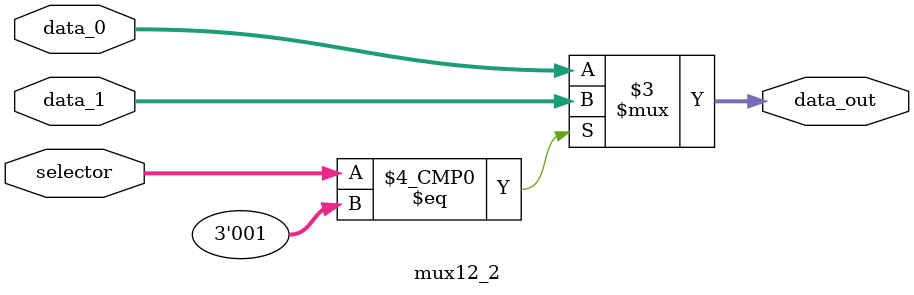
<source format=v>
module mux12_2 (
    input wire [2:0] selector,
    input wire [31:0] data_0,
    input wire [31:0] data_1,
    output reg [31:0] data_out
);

    always @(selector) begin
        case(selector)
            3'b000: data_out = data_0;
            3'b001: data_out = data_1;
            default: data_out = data_0;  
        endcase  
    end
    
endmodule
</source>
